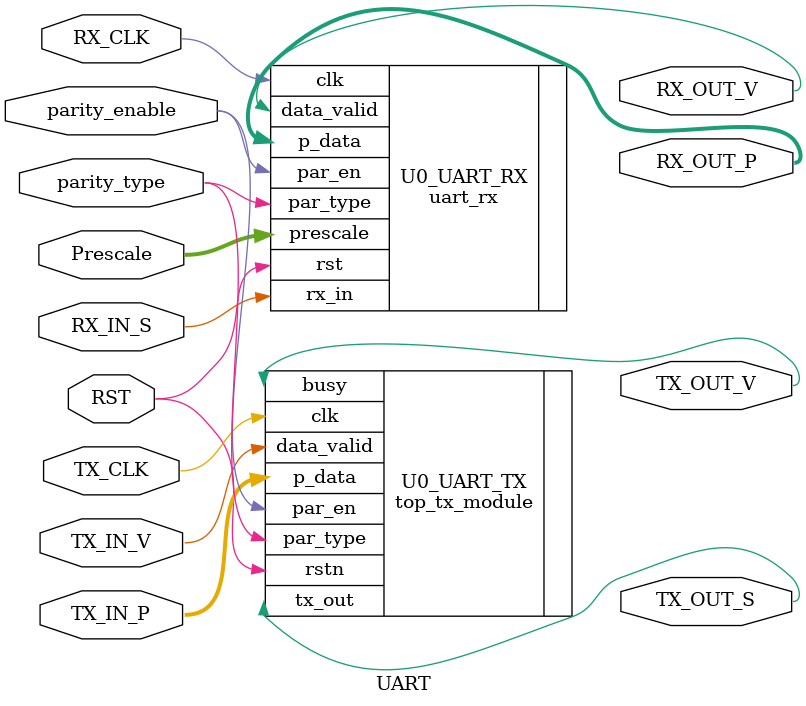
<source format=v>

module UART # ( parameter DATA_WIDTH = 8 , PRESCALE_WIDTH = 5 )

(
 input   wire                          RST,
 input   wire                          TX_CLK,
 input   wire                          RX_CLK,
 input   wire                          RX_IN_S,
 output  wire   [DATA_WIDTH-1:0]       RX_OUT_P, 
 output  wire                          RX_OUT_V,
 input   wire   [DATA_WIDTH-1:0]       TX_IN_P, 
 input   wire                          TX_IN_V, 
 output  wire                          TX_OUT_S,
 output  wire                          TX_OUT_V,  
 input   wire   [PRESCALE_WIDTH-1:0]   Prescale,
 input   wire                          parity_enable,
 input   wire                          parity_type
);


top_tx_module  U0_UART_TX (
.clk(TX_CLK),
.rstn(RST),
.p_data(TX_IN_P),
.data_valid(TX_IN_V),
.par_en(parity_enable),
.par_type(parity_type), 
.tx_out(TX_OUT_S),
.busy(TX_OUT_V)
);
 
 
uart_rx U0_UART_RX (
.clk(RX_CLK),
.rst(RST),
.rx_in(RX_IN_S),
.prescale(Prescale),
.par_en(parity_enable),
.par_type(parity_type),
.p_data(RX_OUT_P), 
.data_valid(RX_OUT_V)
);
 
endmodule
 

</source>
